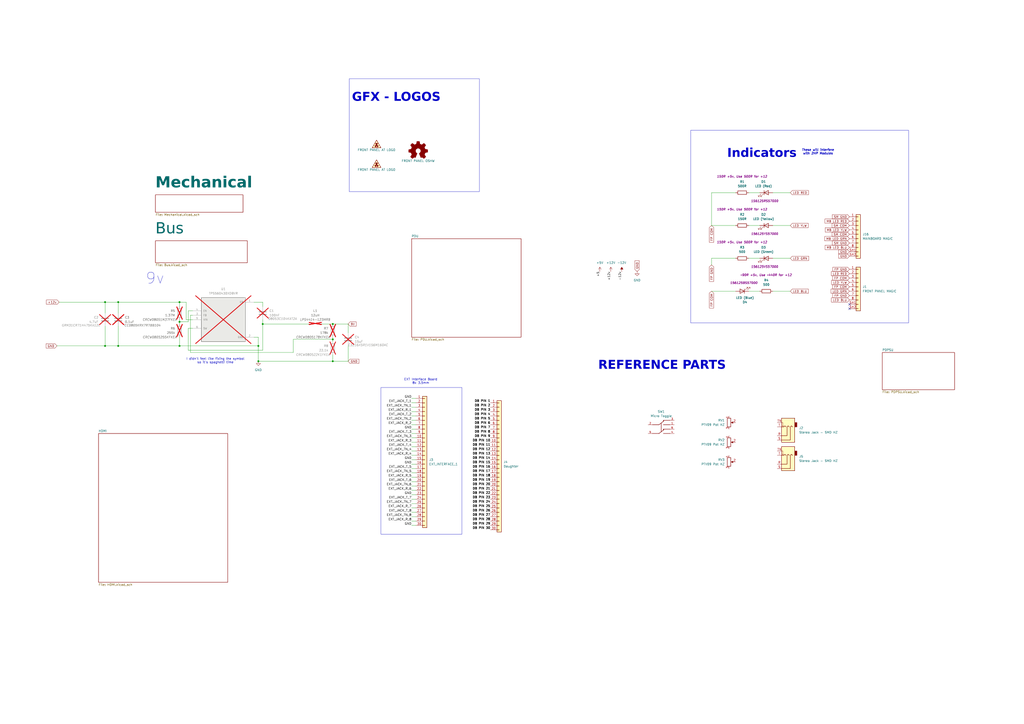
<source format=kicad_sch>
(kicad_sch (version 20231120) (generator "eeschema") (generator_version "8.0")
  (paper "A2")
  (title_block (title "Audio Thing Template") (date "2024-11-13") (rev "1.0") (company "velvia-fifty") (comment 1 "https://github.com/velvia-fifty/AudioThings") (comment 2 "You should have changed this already :)") (comment 4 "Stay humble"))
  (lib_symbols
    (symbol "AT-Symbols:DPDT Micro 1825138-7" (pin_names (offset 1.016))
      (property "Reference" "SW" (at -3.8172 6.362 0))
      (property "Value" "1825138-7" (at -3.8107 -5.7161 0))
      (symbol "DPDT Micro 1825138-7_0_0"
        (polyline (pts (xy -5.08 -2.54) (xy -1.27 -2.54)) (stroke (width 0.254)))
        (polyline (pts (xy -5.08 2.54) (xy -1.27 2.54)) (stroke (width 0.254)))
        (polyline (pts (xy -1.27 -2.54) (xy 1.5875 -0.3175)) (stroke (width 0.254)))
        (polyline (pts (xy -1.27 2.54) (xy 1.5875 4.7625)) (stroke (width 0.254)))
        (polyline (pts (xy 0 3.4925) (xy 0 -1.5875)) (stroke (width 0.254)))
        (polyline (pts (xy 1.27 -2.54) (xy 5.08 -2.54)) (stroke (width 0.254)))
        (polyline (pts (xy 1.27 0) (xy 1.27 -0.635)) (stroke (width 0.254)))
        (polyline (pts (xy 1.27 0) (xy 5.08 0)) (stroke (width 0.254)))
        (polyline (pts (xy 1.27 2.54) (xy 5.08 2.54)) (stroke (width 0.254)))
        (polyline (pts (xy 1.27 5.08) (xy 1.27 4.445)) (stroke (width 0.254)))
        (polyline (pts (xy 1.27 5.08) (xy 5.08 5.08)) (stroke (width 0.254)))
        (pin passive line (at 7.62 2.54 180) (length 2.54) (name "~") (number "1"))
        (pin passive line (at -7.62 2.54 0) (length 2.54) (name "~") (number "2"))
        (pin passive line (at 7.62 5.08 180) (length 2.54) (name "~") (number "3"))
        (pin passive line (at 7.62 -2.54 180) (length 2.54) (name "~") (number "4"))
        (pin passive line (at -7.62 -2.54 0) (length 2.54) (name "~") (number "5"))
        (pin passive line (at 7.62 0 180) (length 2.54) (name "~") (number "6"))
      )
    )
    (symbol "AT-Symbols:FFC_8pin_SH" (pin_names (offset 1.016) hide)
      (property "Reference" "J" (at 0 12.7 0))
      (property "Value" "FFC_8pin_SH" (at 0 -15.24 0))
      (symbol "FFC_8pin_SH_1_1"
        (rectangle (start -1.27 -12.573) (end 0 -12.827) (stroke (width 0.1524)))
        (rectangle (start -1.27 -10.033) (end 0 -10.287) (stroke (width 0.1524)))
        (rectangle (start -1.27 -7.493) (end 0 -7.747) (stroke (width 0.1524)))
        (rectangle (start -1.27 -4.953) (end 0 -5.207) (stroke (width 0.1524)))
        (rectangle (start -1.27 -2.413) (end 0 -2.667) (stroke (width 0.1524)))
        (rectangle (start -1.27 0.127) (end 0 -0.127) (stroke (width 0.1524)))
        (rectangle (start -1.27 2.667) (end 0 2.413) (stroke (width 0.1524)))
        (rectangle (start -1.27 5.207) (end 0 4.953) (stroke (width 0.1524)))
        (rectangle (start -1.27 7.747) (end 0 7.493) (stroke (width 0.1524)))
        (rectangle (start -1.27 10.287) (end 0 10.033) (stroke (width 0.1524)))
        (rectangle (start -1.27 11.43) (end 1.27 -13.97) (stroke (width 0.254)) (fill (type background)))
        (pin passive line (at -5.08 10.16 0) (length 3.81) (name "Pin_1") (number "1"))
        (pin passive line (at -5.08 7.62 0) (length 3.81) (name "Pin_2") (number "2"))
        (pin passive line (at -5.08 5.08 0) (length 3.81) (name "Pin_3") (number "3"))
        (pin passive line (at -5.08 2.54 0) (length 3.81) (name "Pin_4") (number "4"))
        (pin passive line (at -5.08 0 0) (length 3.81) (name "Pin_5") (number "5"))
        (pin passive line (at -5.08 -2.54 0) (length 3.81) (name "Pin_6") (number "6"))
        (pin passive line (at -5.08 -5.08 0) (length 3.81) (name "Pin_7") (number "7"))
        (pin passive line (at -5.08 -7.62 0) (length 3.81) (name "Pin_8") (number "8"))
        (pin passive line (at -5.08 -10.16 0) (length 3.81) (name "SH1") (number "SH1"))
        (pin passive line (at -5.08 -12.7 0) (length 3.81) (name "SH2") (number "SH2"))
      )
    )
    (symbol "AT-Symbols:TPS560430XDBVR" (pin_names (offset 1.016))
      (property "Reference" "U" (at -12.7 13.7 0))
      (property "Value" "TPS560430XDBVR" (at -12.7 -16.7 0))
      (symbol "TPS560430XDBVR_0_0"
        (rectangle (start -12.7 -12.7) (end 12.7 12.7) (stroke (width 0.41)) (fill (type background)))
        (pin power_in line (at 17.78 10.16 180) (length 5.08) (name "CB") (number "1"))
        (pin power_in line (at 17.78 -10.16 180) (length 5.08) (name "GND") (number "2"))
        (pin input line (at -17.78 2.54 0) (length 5.08) (name "FB") (number "3"))
        (pin input line (at -17.78 5.08 0) (length 5.08) (name "EN") (number "4"))
        (pin input line (at -17.78 0 0) (length 5.08) (name "VIN") (number "5"))
        (pin bidirectional line (at -17.78 -5.08 0) (length 5.08) (name "SW") (number "6"))
      )
    )
    (symbol "Connector_Audio:AudioJack3_SwitchT"
      (property "Reference" "J" (at 0 8.89 0))
      (property "Value" "AudioJack3_SwitchT" (at 0 6.35 0))
      (symbol "AudioJack3_SwitchT_0_1"
        (rectangle (start -5.08 -5.08) (end -6.35 -7.62) (stroke (width 0.254)) (fill (type outline)))
        (polyline (pts (xy 1.778 -5.334) (xy 2.032 -5.842)))
        (polyline (pts (xy 0 -5.08) (xy 0.635 -5.715) (xy 1.27 -5.08) (xy 2.54 -5.08)) (stroke (width 0.254)))
        (polyline (pts (xy 2.54 -7.62) (xy 1.778 -7.62) (xy 1.778 -5.334) (xy 1.524 -5.842)))
        (polyline (pts (xy -1.905 -5.08) (xy -1.27 -5.715) (xy -0.635 -5.08) (xy -0.635 0) (xy 2.54 0)) (stroke (width 0.254)))
        (polyline (pts (xy 2.54 2.54) (xy -2.54 2.54) (xy -2.54 -5.08) (xy -3.175 -5.715) (xy -3.81 -5.08)) (stroke (width 0.254)))
        (rectangle (start 2.54 3.81) (end -5.08 -10.16) (stroke (width 0.254)) (fill (type background)))
      )
      (symbol "AudioJack3_SwitchT_1_1"
        (pin passive line (at 5.08 0 180) (length 2.54) (name "~") (number "R"))
        (pin passive line (at 5.08 2.54 180) (length 2.54) (name "~") (number "S"))
        (pin passive line (at 5.08 -5.08 180) (length 2.54) (name "~") (number "T"))
        (pin passive line (at 5.08 -7.62 180) (length 2.54) (name "~") (number "TN"))
      )
    )
    (symbol "Connector_Generic:Conn_01x30" (pin_names (offset 1.016) hide)
      (property "Reference" "J" (at 0 38.1 0))
      (property "Value" "Conn_01x30" (at 0 -40.64 0))
      (symbol "Conn_01x30_1_1"
        (rectangle (start -1.27 -37.973) (end 0 -38.227) (stroke (width 0.1524)))
        (rectangle (start -1.27 -35.433) (end 0 -35.687) (stroke (width 0.1524)))
        (rectangle (start -1.27 -32.893) (end 0 -33.147) (stroke (width 0.1524)))
        (rectangle (start -1.27 -30.353) (end 0 -30.607) (stroke (width 0.1524)))
        (rectangle (start -1.27 -27.813) (end 0 -28.067) (stroke (width 0.1524)))
        (rectangle (start -1.27 -25.273) (end 0 -25.527) (stroke (width 0.1524)))
        (rectangle (start -1.27 -22.733) (end 0 -22.987) (stroke (width 0.1524)))
        (rectangle (start -1.27 -20.193) (end 0 -20.447) (stroke (width 0.1524)))
        (rectangle (start -1.27 -17.653) (end 0 -17.907) (stroke (width 0.1524)))
        (rectangle (start -1.27 -15.113) (end 0 -15.367) (stroke (width 0.1524)))
        (rectangle (start -1.27 -12.573) (end 0 -12.827) (stroke (width 0.1524)))
        (rectangle (start -1.27 -10.033) (end 0 -10.287) (stroke (width 0.1524)))
        (rectangle (start -1.27 -7.493) (end 0 -7.747) (stroke (width 0.1524)))
        (rectangle (start -1.27 -4.953) (end 0 -5.207) (stroke (width 0.1524)))
        (rectangle (start -1.27 -2.413) (end 0 -2.667) (stroke (width 0.1524)))
        (rectangle (start -1.27 0.127) (end 0 -0.127) (stroke (width 0.1524)))
        (rectangle (start -1.27 2.667) (end 0 2.413) (stroke (width 0.1524)))
        (rectangle (start -1.27 5.207) (end 0 4.953) (stroke (width 0.1524)))
        (rectangle (start -1.27 7.747) (end 0 7.493) (stroke (width 0.1524)))
        (rectangle (start -1.27 10.287) (end 0 10.033) (stroke (width 0.1524)))
        (rectangle (start -1.27 12.827) (end 0 12.573) (stroke (width 0.1524)))
        (rectangle (start -1.27 15.367) (end 0 15.113) (stroke (width 0.1524)))
        (rectangle (start -1.27 17.907) (end 0 17.653) (stroke (width 0.1524)))
        (rectangle (start -1.27 20.447) (end 0 20.193) (stroke (width 0.1524)))
        (rectangle (start -1.27 22.987) (end 0 22.733) (stroke (width 0.1524)))
        (rectangle (start -1.27 25.527) (end 0 25.273) (stroke (width 0.1524)))
        (rectangle (start -1.27 28.067) (end 0 27.813) (stroke (width 0.1524)))
        (rectangle (start -1.27 30.607) (end 0 30.353) (stroke (width 0.1524)))
        (rectangle (start -1.27 33.147) (end 0 32.893) (stroke (width 0.1524)))
        (rectangle (start -1.27 35.687) (end 0 35.433) (stroke (width 0.1524)))
        (rectangle (start -1.27 36.83) (end 1.27 -39.37) (stroke (width 0.254)) (fill (type background)))
        (pin passive line (at -5.08 35.56 0) (length 3.81) (name "Pin_1") (number "1"))
        (pin passive line (at -5.08 12.7 0) (length 3.81) (name "Pin_10") (number "10"))
        (pin passive line (at -5.08 10.16 0) (length 3.81) (name "Pin_11") (number "11"))
        (pin passive line (at -5.08 7.62 0) (length 3.81) (name "Pin_12") (number "12"))
        (pin passive line (at -5.08 5.08 0) (length 3.81) (name "Pin_13") (number "13"))
        (pin passive line (at -5.08 2.54 0) (length 3.81) (name "Pin_14") (number "14"))
        (pin passive line (at -5.08 0 0) (length 3.81) (name "Pin_15") (number "15"))
        (pin passive line (at -5.08 -2.54 0) (length 3.81) (name "Pin_16") (number "16"))
        (pin passive line (at -5.08 -5.08 0) (length 3.81) (name "Pin_17") (number "17"))
        (pin passive line (at -5.08 -7.62 0) (length 3.81) (name "Pin_18") (number "18"))
        (pin passive line (at -5.08 -10.16 0) (length 3.81) (name "Pin_19") (number "19"))
        (pin passive line (at -5.08 33.02 0) (length 3.81) (name "Pin_2") (number "2"))
        (pin passive line (at -5.08 -12.7 0) (length 3.81) (name "Pin_20") (number "20"))
        (pin passive line (at -5.08 -15.24 0) (length 3.81) (name "Pin_21") (number "21"))
        (pin passive line (at -5.08 -17.78 0) (length 3.81) (name "Pin_22") (number "22"))
        (pin passive line (at -5.08 -20.32 0) (length 3.81) (name "Pin_23") (number "23"))
        (pin passive line (at -5.08 -22.86 0) (length 3.81) (name "Pin_24") (number "24"))
        (pin passive line (at -5.08 -25.4 0) (length 3.81) (name "Pin_25") (number "25"))
        (pin passive line (at -5.08 -27.94 0) (length 3.81) (name "Pin_26") (number "26"))
        (pin passive line (at -5.08 -30.48 0) (length 3.81) (name "Pin_27") (number "27"))
        (pin passive line (at -5.08 -33.02 0) (length 3.81) (name "Pin_28") (number "28"))
        (pin passive line (at -5.08 -35.56 0) (length 3.81) (name "Pin_29") (number "29"))
        (pin passive line (at -5.08 30.48 0) (length 3.81) (name "Pin_3") (number "3"))
        (pin passive line (at -5.08 -38.1 0) (length 3.81) (name "Pin_30") (number "30"))
        (pin passive line (at -5.08 27.94 0) (length 3.81) (name "Pin_4") (number "4"))
        (pin passive line (at -5.08 25.4 0) (length 3.81) (name "Pin_5") (number "5"))
        (pin passive line (at -5.08 22.86 0) (length 3.81) (name "Pin_6") (number "6"))
        (pin passive line (at -5.08 20.32 0) (length 3.81) (name "Pin_7") (number "7"))
        (pin passive line (at -5.08 17.78 0) (length 3.81) (name "Pin_8") (number "8"))
        (pin passive line (at -5.08 15.24 0) (length 3.81) (name "Pin_9") (number "9"))
      )
    )
    (symbol "Device:C" (pin_numbers hide) (pin_names (offset 0.254))
      (property "Reference" "C" (at 0.635 2.54 0))
      (property "Value" "C" (at 0.635 -2.54 0))
      (symbol "C_0_1"
        (polyline (pts (xy -2.032 -0.762) (xy 2.032 -0.762)) (stroke (width 0.508)))
        (polyline (pts (xy -2.032 0.762) (xy 2.032 0.762)) (stroke (width 0.508)))
      )
      (symbol "C_1_1"
        (pin passive line (at 0 3.81 270) (length 2.794) (name "~") (number "1"))
        (pin passive line (at 0 -3.81 90) (length 2.794) (name "~") (number "2"))
      )
    )
    (symbol "Device:L" (pin_numbers hide) (pin_names (offset 1.016) hide)
      (property "Reference" "L" (at -1.27 0 90))
      (property "Value" "L" (at 1.905 0 90))
      (symbol "L_0_1"
        (arc (start 0 -2.54) (mid 0.6323 -1.905) (end 0 -1.27))
        (arc (start 0 -1.27) (mid 0.6323 -0.635) (end 0 0))
        (arc (start 0 0) (mid 0.6323 0.635) (end 0 1.27))
        (arc (start 0 1.27) (mid 0.6323 1.905) (end 0 2.54))
      )
      (symbol "L_1_1"
        (pin passive line (at 0 3.81 270) (length 1.27) (name "1") (number "1"))
        (pin passive line (at 0 -3.81 90) (length 1.27) (name "2") (number "2"))
      )
    )
    (symbol "Device:LED" (pin_numbers hide) (pin_names (offset 1.016) hide)
      (property "Reference" "D" (at 0 2.54 0))
      (property "Value" "LED" (at 0 -2.54 0))
      (symbol "LED_0_1"
        (polyline (pts (xy -1.27 -1.27) (xy -1.27 1.27)) (stroke (width 0.254)))
        (polyline (pts (xy -1.27 0) (xy 1.27 0)))
        (polyline (pts (xy 1.27 -1.27) (xy 1.27 1.27) (xy -1.27 0) (xy 1.27 -1.27)) (stroke (width 0.254)))
        (polyline (pts (xy -3.048 -0.762) (xy -4.572 -2.286) (xy -3.81 -2.286) (xy -4.572 -2.286) (xy -4.572 -1.524)))
        (polyline (pts (xy -1.778 -0.762) (xy -3.302 -2.286) (xy -2.54 -2.286) (xy -3.302 -2.286) (xy -3.302 -1.524)))
      )
      (symbol "LED_1_1"
        (pin passive line (at -3.81 0 0) (length 2.54) (name "K") (number "1"))
        (pin passive line (at 3.81 0 180) (length 2.54) (name "A") (number "2"))
      )
    )
    (symbol "Device:R" (pin_numbers hide) (pin_names (offset 0))
      (property "Reference" "R" (at 2.032 0 90))
      (property "Value" "R" (at 0 0 90))
      (symbol "R_0_1"
        (rectangle (start -1.016 -2.54) (end 1.016 2.54) (stroke (width 0.254)))
      )
      (symbol "R_1_1"
        (pin passive line (at 0 3.81 270) (length 1.27) (name "~") (number "1"))
        (pin passive line (at 0 -3.81 90) (length 1.27) (name "~") (number "2"))
      )
    )
    (symbol "Device:R_Potentiometer" (pin_names (offset 1.016) hide)
      (property "Reference" "RV" (at -4.445 0 90))
      (property "Value" "R_Potentiometer" (at -2.54 0 90))
      (symbol "R_Potentiometer_0_1"
        (polyline (pts (xy 2.54 0) (xy 1.524 0)))
        (polyline (pts (xy 1.143 0) (xy 2.286 0.508) (xy 2.286 -0.508) (xy 1.143 0)) (fill (type outline)))
        (rectangle (start 1.016 2.54) (end -1.016 -2.54) (stroke (width 0.254)))
      )
      (symbol "R_Potentiometer_1_1"
        (pin passive line (at 0 3.81 270) (length 1.27) (name "1") (number "1"))
        (pin passive line (at 3.81 0 180) (length 1.27) (name "2") (number "2"))
        (pin passive line (at 0 -3.81 90) (length 1.27) (name "3") (number "3"))
      )
    )
    (symbol "Graphic:Logo_Open_Hardware_Small" (in_bom no) (on_board no)
      (symbol "Logo_Open_Hardware_Small_0_1"
        (polyline (pts (xy 3.3528 -4.3434) (xy 3.302 -4.318) (xy 3.175 -4.2418) (xy 2.9972 -4.1148) (xy 2.7686 -3.9624) (xy 2.54 -3.81) (xy 2.3622 -3.7084) (xy 2.2352 -3.6068) (xy 2.1844 -3.5814) (xy 2.159 -3.6068) (xy 2.0574 -3.6576) (xy 1.905 -3.7338) (xy 1.8034 -3.7846) (xy 1.6764 -3.8354) (xy 1.6002 -3.8354) (xy 1.6002 -3.8354) (xy 1.5494 -3.7338) (xy 1.4732 -3.5306) (xy 1.3462 -3.302) (xy 1.2446 -3.0226) (xy 1.1176 -2.7178) (xy 0.9652 -2.413) (xy 0.8636 -2.1082) (xy 0.7366 -1.8288) (xy 0.6604 -1.6256) (xy 0.6096 -1.4732) (xy 0.5842 -1.397) (xy 0.5842 -1.397) (xy 0.6604 -1.3208) (xy 0.7874 -1.2446) (xy 1.0414 -1.016) (xy 1.2954 -0.6858) (xy 1.4478 -0.3302) (xy 1.524 0.0762) (xy 1.4732 0.4572) (xy 1.3208 0.8128) (xy 1.0668 1.143) (xy 0.762 1.3716) (xy 0.4064 1.524) (xy 0 1.5748) (xy -0.381 1.5494) (xy -0.7366 1.397) (xy -1.0668 1.143) (xy -1.2192 0.9906) (xy -1.397 0.6604) (xy -1.524 0.3048) (xy -1.524 0.2286) (xy -1.4986 -0.1778) (xy -1.397 -0.5334) (xy -1.1938 -0.8636) (xy -0.9144 -1.143) (xy -0.8636 -1.1684) (xy -0.7366 -1.27) (xy -0.635 -1.3462) (xy -0.5842 -1.397) (xy -1.0668 -2.5908) (xy -1.143 -2.794) (xy -1.2954 -3.1242) (xy -1.397 -3.4036) (xy -1.4986 -3.6322) (xy -1.5748 -3.7846) (xy -1.6002 -3.8354) (xy -1.6002 -3.8354) (xy -1.651 -3.8354) (xy -1.7272 -3.81) (xy -1.905 -3.7338) (xy -2.0066 -3.683) (xy -2.1336 -3.6068) (xy -2.2098 -3.5814) (xy -2.2606 -3.6068) (xy -2.3622 -3.683) (xy -2.54 -3.81) (xy -2.7686 -3.9624) (xy -2.9718 -4.0894) (xy -3.1496 -4.2164) (xy -3.302 -4.318) (xy -3.3528 -4.3434) (xy -3.3782 -4.3434) (xy -3.429 -4.318) (xy -3.5306 -4.2164) (xy -3.7084 -4.064) (xy -3.937 -3.8354) (xy -3.9624 -3.81) (xy -4.1656 -3.6068) (xy -4.318 -3.4544) (xy -4.4196 -3.3274) (xy -4.445 -3.2766) (xy -4.445 -3.2766) (xy -4.4196 -3.2258) (xy -4.318 -3.0734) (xy -4.2164 -2.8956) (xy -4.064 -2.667) (xy -3.6576 -2.0828) (xy -3.8862 -1.5494) (xy -3.937 -1.3716) (xy -4.0386 -1.1684) (xy -4.0894 -1.0414) (xy -4.1148 -0.9652) (xy -4.191 -0.9398) (xy -4.318 -0.9144) (xy -4.5466 -0.8636) (xy -4.8006 -0.8128) (xy -5.0546 -0.7874) (xy -5.2578 -0.7366) (xy -5.4356 -0.7112) (xy -5.5118 -0.6858) (xy -5.5118 -0.6858) (xy -5.5372 -0.635) (xy -5.5372 -0.5588) (xy -5.5372 -0.4318) (xy -5.5626 -0.2286) (xy -5.5626 0.0762) (xy -5.5626 0.127) (xy -5.5372 0.4064) (xy -5.5372 0.635) (xy -5.5372 0.762) (xy -5.5372 0.8382) (xy -5.5372 0.8382) (xy -5.461 0.8382) (xy -5.3086 0.889) (xy -5.08 0.9144) (xy -4.826 0.9652) (xy -4.8006 0.9906) (xy -4.5466 1.0414) (xy -4.318 1.0668) (xy -4.1656 1.1176) (xy -4.0894 1.143) (xy -4.0894 1.143) (xy -4.0386 1.2446) (xy -3.9624 1.4224) (xy -3.8608 1.6256) (xy -3.7846 1.8288) (xy -3.7084 2.0066) (xy -3.6576 2.159) (xy -3.6322 2.2098) (xy -3.6322 2.2098) (xy -3.683 2.286) (xy -3.7592 2.413) (xy -3.8862 2.5908) (xy -4.064 2.8194) (xy -4.064 2.8448) (xy -4.2164 3.0734) (xy -4.3434 3.2512) (xy -4.4196 3.3782) (xy -4.445 3.4544) (xy -4.445 3.4544) (xy -4.3942 3.5052) (xy -4.2926 3.6322) (xy -4.1148 3.81) (xy -3.937 4.0132) (xy -3.8608 4.064) (xy -3.6576 4.2926) (xy -3.5052 4.4196) (xy -3.4036 4.4958) (xy -3.3528 4.5212) (xy -3.3528 4.5212) (xy -3.302 4.4704) (xy -3.1496 4.3688) (xy -2.9718 4.2418) (xy -2.7432 4.0894) (xy -2.7178 4.0894) (xy -2.4892 3.937) (xy -2.3114 3.81) (xy -2.1844 3.7084) (xy -2.1336 3.683) (xy -2.1082 3.683) (xy -2.032 3.7084) (xy -1.8542 3.7592) (xy -1.6764 3.8354) (xy -1.4732 3.937) (xy -1.27 4.0132) (xy -1.143 4.064) (xy -1.0668 4.1148) (xy -1.0668 4.1148) (xy -1.0414 4.191) (xy -1.016 4.3434) (xy -0.9652 4.572) (xy -0.9144 4.8514) (xy -0.889 4.9022) (xy -0.8382 5.1562) (xy -0.8128 5.3848) (xy -0.7874 5.5372) (xy -0.762 5.588) (xy -0.7112 5.6134) (xy -0.5842 5.6134) (xy -0.4064 5.6134) (xy -0.1524 5.6134) (xy 0.0762 5.6134) (xy 0.3302 5.6134) (xy 0.5334 5.6134) (xy 0.6858 5.588) (xy 0.7366 5.588) (xy 0.7366 5.588) (xy 0.762 5.5118) (xy 0.8128 5.334) (xy 0.8382 5.1054) (xy 0.9144 4.826) (xy 0.9144 4.7752) (xy 0.9652 4.5212) (xy 1.016 4.2926) (xy 1.0414 4.1402) (xy 1.0668 4.0894) (xy 1.0668 4.0894) (xy 1.1938 4.0386) (xy 1.3716 3.9624) (xy 1.5748 3.8608) (xy 2.0828 3.6576) (xy 2.7178 4.0894) (xy 2.7686 4.1402) (xy 2.9972 4.2926) (xy 3.175 4.4196) (xy 3.302 4.4958) (xy 3.3782 4.5212) (xy 3.3782 4.5212) (xy 3.429 4.4704) (xy 3.556 4.3434) (xy 3.7338 4.191) (xy 3.9116 3.9878) (xy 4.064 3.8354) (xy 4.2418 3.6576) (xy 4.3434 3.556) (xy 4.4196 3.4798) (xy 4.4196 3.429) (xy 4.4196 3.4036) (xy 4.3942 3.3274) (xy 4.2926 3.2004) (xy 4.1656 2.9972) (xy 4.0132 2.794) (xy 3.8862 2.5908) (xy 3.7592 2.3876) (xy 3.6576 2.2352) (xy 3.6322 2.159) (xy 3.6322 2.1336) (xy 3.683 2.0066) (xy 3.7592 1.8288) (xy 3.8608 1.6002) (xy 4.064 1.1176) (xy 4.3942 1.0414) (xy 4.5974 1.016) (xy 4.8768 0.9652) (xy 5.1308 0.9144) (xy 5.5372 0.8382) (xy 5.5626 -0.6604) (xy 5.4864 -0.6858) (xy 5.4356 -0.6858) (xy 5.2832 -0.7366) (xy 5.0546 -0.762) (xy 4.8006 -0.8128) (xy 4.5974 -0.8636) (xy 4.3688 -0.9144) (xy 4.2164 -0.9398) (xy 4.1402 -0.9398) (xy 4.1148 -0.9652) (xy 4.064 -1.0668) (xy 3.9878 -1.2446) (xy 3.9116 -1.4478) (xy 3.81 -1.651) (xy 3.7338 -1.8542) (xy 3.683 -2.0066) (xy 3.6576 -2.0828) (xy 3.683 -2.1336) (xy 3.7846 -2.2606) (xy 3.8862 -2.4638) (xy 4.0386 -2.667) (xy 4.191 -2.8956) (xy 4.318 -3.0734) (xy 4.3942 -3.2004) (xy 4.445 -3.2766) (xy 4.4196 -3.3274) (xy 4.3434 -3.429) (xy 4.1656 -3.5814) (xy 3.937 -3.8354) (xy 3.8862 -3.8608) (xy 3.683 -4.064) (xy 3.5306 -4.2164) (xy 3.4036 -4.318) (xy 3.3528 -4.3434)) (fill (type outline)))
      )
    )
    (symbol "Graphic:SYM_Radioactive_Radiation_Small" (in_bom no) (on_board no)
      (symbol "SYM_Radioactive_Radiation_Small_0_0"
        (arc (start -1.1176 -0.7366) (mid -0.8421 -1.2231) (end -0.3556 -1.4986))
        (arc (start -0.6096 -0.6096) (mid -0.4656 -0.8429) (end -0.2286 -0.9906))
        (circle (center -0.0254 -0.3556) (radius 0.3556) (stroke (width 0.254)) (fill (type outline)))
        (polyline (pts (xy -1.1176 -0.7366) (xy -0.6096 -0.6096)))
        (polyline (pts (xy -0.635 0.6096) (xy -0.381 0.1016)))
        (polyline (pts (xy -0.3556 -1.4986) (xy -0.2286 -0.9906)))
        (polyline (pts (xy 0.3556 -1.4986) (xy 0.2286 -0.9906)))
        (polyline (pts (xy 0.635 0.6096) (xy 0.381 0.1016)))
        (polyline (pts (xy 1.1176 -0.7366) (xy 0.6096 -0.6096)))
        (polyline (pts (xy -0.6096 -0.6604) (xy -0.508 -0.8636) (xy -0.254 -0.9652) (xy -0.4064 -1.4732) (xy -0.762 -1.2192) (xy -0.9652 -1.016) (xy -1.0668 -0.7112) (xy -0.6096 -0.6604)) (fill (type outline)))
        (polyline (pts (xy 0.6096 -0.6096) (xy 0.4572 -0.8636) (xy 0.254 -1.016) (xy 0.4064 -1.4732) (xy 0.7112 -1.27) (xy 0.9144 -1.0668) (xy 1.0668 -0.762) (xy 0.6096 -0.6604)) (fill (type outline)))
        (polyline (pts (xy -0.3556 0.1524) (xy -0.1016 0.254) (xy 0.1524 0.254) (xy 0.3556 0.1016) (xy 0.6096 0.6096) (xy 0.3556 0.7112) (xy 0.1016 0.762) (xy -0.1524 0.762) (xy -0.4572 0.6604) (xy -0.6096 0.6096) (xy -0.4064 0.1524)) (fill (type outline)))
        (arc (start 0.2286 -0.9906) (mid 0.4619 -0.8466) (end 0.6096 -0.6096))
        (arc (start 0.3556 -1.4986) (mid 0.8421 -1.2231) (end 1.1176 -0.7366))
        (arc (start 0.381 0.1016) (mid 0 0.2594) (end -0.381 0.1016))
        (arc (start 0.635 0.6096) (mid 0 0.8131) (end -0.635 0.6096))
      )
      (symbol "SYM_Radioactive_Radiation_Small_0_1"
        (polyline (pts (xy -2.54 -1.905) (xy 2.54 -1.905) (xy 0 2.54) (xy -2.54 -1.905)) (stroke (width 0.254)) (fill (type background)))
      )
    )
    (symbol "power:+12V" (power) (pin_numbers hide) (pin_names (offset 0) hide)
      (property "Value" "+12V" (at 0 3.556 0))
      (symbol "+12V_0_1"
        (polyline (pts (xy -0.762 1.27) (xy 0 2.54)))
        (polyline (pts (xy 0 0) (xy 0 2.54)))
        (polyline (pts (xy 0 2.54) (xy 0.762 1.27)))
      )
      (symbol "+12V_1_1"
        (pin power_in line (at 0 0 90) (length 0) (name "~") (number "1"))
      )
    )
    (symbol "power:+5V" (power) (pin_numbers hide) (pin_names (offset 0) hide)
      (property "Value" "+5V" (at 0 3.556 0))
      (symbol "+5V_0_1"
        (polyline (pts (xy -0.762 1.27) (xy 0 2.54)))
        (polyline (pts (xy 0 0) (xy 0 2.54)))
        (polyline (pts (xy 0 2.54) (xy 0.762 1.27)))
      )
      (symbol "+5V_1_1"
        (pin power_in line (at 0 0 90) (length 0) (name "~") (number "1"))
      )
    )
    (symbol "power:-12V" (power) (pin_numbers hide) (pin_names (offset 0) hide)
      (property "Value" "-12V" (at 0 3.556 0))
      (symbol "-12V_0_0"
        (pin power_in line (at 0 0 90) (length 0) (name "~") (number "1"))
      )
      (symbol "-12V_0_1"
        (polyline (pts (xy 0 0) (xy 0 1.27) (xy 0.762 1.27) (xy 0 2.54) (xy -0.762 1.27) (xy 0 1.27)) (fill (type outline)))
      )
    )
    (symbol "power:GND" (power) (pin_numbers hide) (pin_names (offset 0) hide)
      (property "Value" "GND" (at 0 -3.81 0))
      (symbol "GND_0_1"
        (polyline (pts (xy 0 0) (xy 0 -1.27) (xy 1.27 -1.27) (xy 0 -2.54) (xy -1.27 -1.27) (xy 0 -1.27)))
      )
      (symbol "GND_1_1"
        (pin power_in line (at 0 0 270) (length 0) (name "~") (number "1"))
      )
    )
  )
  (junction (at 149.86 209.55))
  (junction (at 152.4 187.96))
  (junction (at 104.14 186.69))
  (junction (at 193.04 209.55))
  (junction (at 149.86 200.66))
  (junction (at 193.04 196.85))
  (junction (at 104.14 175.26))
  (junction (at 68.58 175.26))
  (junction (at 68.58 200.66))
  (junction (at 60.96 175.26))
  (junction (at 60.96 200.66))
  (junction (at 104.14 200.66))
  (junction (at 193.04 187.96))
  (no_connect (at 492.76 176.53))
  (no_connect (at 492.76 179.07))
  (wire (pts (xy 60.96 200.66) (xy 68.58 200.66)))
  (wire (pts (xy 241.3 284.48) (xy 238.76 284.48)))
  (wire (pts (xy 241.3 261.62) (xy 238.76 261.62)))
  (wire (pts (xy 68.58 175.26) (xy 68.58 181.61)))
  (wire (pts (xy 434.34 130.81) (xy 440.69 130.81)))
  (wire (pts (xy 109.22 203.2) (xy 152.4 203.2)))
  (wire (pts (xy 241.3 289.56) (xy 238.76 289.56)))
  (wire (pts (xy 109.22 180.34) (xy 109.22 186.69)))
  (wire (pts (xy 149.86 195.58) (xy 149.86 200.66)))
  (wire (pts (xy 152.4 177.8) (xy 152.4 175.26)))
  (wire (pts (xy 147.32 195.58) (xy 149.86 195.58)))
  (wire (pts (xy 412.75 111.76) (xy 412.75 130.81)))
  (wire (pts (xy 241.3 271.78) (xy 238.76 271.78)))
  (wire (pts (xy 193.04 187.96) (xy 186.69 187.96)))
  (wire (pts (xy 241.3 231.14) (xy 238.76 231.14)))
  (wire (pts (xy 241.3 233.68) (xy 238.76 233.68)))
  (wire (pts (xy 412.75 149.86) (xy 426.72 149.86)))
  (wire (pts (xy 241.3 251.46) (xy 238.76 251.46)))
  (wire (pts (xy 104.14 186.69) (xy 104.14 185.42)))
  (wire (pts (xy 241.3 266.7) (xy 238.76 266.7)))
  (wire (pts (xy 448.31 168.91) (xy 458.47 168.91)))
  (wire (pts (xy 149.86 200.66) (xy 149.86 209.55)))
  (wire (pts (xy 60.96 175.26) (xy 68.58 175.26)))
  (wire (pts (xy 152.4 175.26) (xy 147.32 175.26)))
  (wire (pts (xy 104.14 186.69) (xy 104.14 187.96)))
  (wire (pts (xy 434.34 168.91) (xy 440.69 168.91)))
  (wire (pts (xy 241.3 256.54) (xy 238.76 256.54)))
  (wire (pts (xy 241.3 238.76) (xy 238.76 238.76)))
  (wire (pts (xy 68.58 189.23) (xy 68.58 200.66)))
  (wire (pts (xy 241.3 254) (xy 238.76 254)))
  (wire (pts (xy 241.3 259.08) (xy 238.76 259.08)))
  (wire (pts (xy 201.93 187.96) (xy 193.04 187.96)))
  (wire (pts (xy 104.14 195.58) (xy 104.14 200.66)))
  (wire (pts (xy 152.4 187.96) (xy 152.4 185.42)))
  (wire (pts (xy 241.3 248.92) (xy 238.76 248.92)))
  (wire (pts (xy 241.3 241.3) (xy 238.76 241.3)))
  (wire (pts (xy 412.75 168.91) (xy 426.72 168.91)))
  (wire (pts (xy 201.93 209.55) (xy 193.04 209.55)))
  (wire (pts (xy 110.49 182.88) (xy 110.49 204.47)))
  (wire (pts (xy 68.58 175.26) (xy 104.14 175.26)))
  (wire (pts (xy 241.3 236.22) (xy 238.76 236.22)))
  (wire (pts (xy 241.3 264.16) (xy 238.76 264.16)))
  (wire (pts (xy 241.3 304.8) (xy 238.76 304.8)))
  (wire (pts (xy 241.3 281.94) (xy 238.76 281.94)))
  (wire (pts (xy 104.14 200.66) (xy 149.86 200.66)))
  (wire (pts (xy 111.76 182.88) (xy 110.49 182.88)))
  (wire (pts (xy 107.95 185.42) (xy 107.95 175.26)))
  (wire (pts (xy 434.34 111.76) (xy 440.69 111.76)))
  (wire (pts (xy 241.3 279.4) (xy 238.76 279.4)))
  (wire (pts (xy 107.95 175.26) (xy 104.14 175.26)))
  (wire (pts (xy 109.22 190.5) (xy 109.22 203.2)))
  (wire (pts (xy 241.3 274.32) (xy 238.76 274.32)))
  (wire (pts (xy 34.29 175.26) (xy 60.96 175.26)))
  (wire (pts (xy 241.3 243.84) (xy 238.76 243.84)))
  (wire (pts (xy 60.96 181.61) (xy 60.96 175.26)))
  (wire (pts (xy 193.04 195.58) (xy 193.04 196.85)))
  (wire (pts (xy 241.3 297.18) (xy 238.76 297.18)))
  (wire (pts (xy 109.22 186.69) (xy 104.14 186.69)))
  (wire (pts (xy 152.4 203.2) (xy 152.4 187.96)))
  (wire (pts (xy 110.49 204.47) (xy 170.18 204.47)))
  (wire (pts (xy 111.76 190.5) (xy 109.22 190.5)))
  (wire (pts (xy 412.75 149.86) (xy 412.75 153.67)))
  (wire (pts (xy 60.96 189.23) (xy 60.96 200.66)))
  (wire (pts (xy 241.3 269.24) (xy 238.76 269.24)))
  (wire (pts (xy 68.58 200.66) (xy 104.14 200.66)))
  (wire (pts (xy 241.3 299.72) (xy 238.76 299.72)))
  (wire (pts (xy 241.3 302.26) (xy 238.76 302.26)))
  (wire (pts (xy 412.75 111.76) (xy 426.72 111.76)))
  (wire (pts (xy 33.02 200.66) (xy 60.96 200.66)))
  (wire (pts (xy 193.04 196.85) (xy 170.18 196.85)))
  (wire (pts (xy 241.3 294.64) (xy 238.76 294.64)))
  (wire (pts (xy 434.34 149.86) (xy 440.69 149.86)))
  (wire (pts (xy 149.86 209.55) (xy 193.04 209.55)))
  (wire (pts (xy 193.04 209.55) (xy 193.04 205.74)))
  (wire (pts (xy 104.14 175.26) (xy 104.14 177.8)))
  (wire (pts (xy 241.3 276.86) (xy 238.76 276.86)))
  (wire (pts (xy 241.3 246.38) (xy 238.76 246.38)))
  (wire (pts (xy 241.3 287.02) (xy 238.76 287.02)))
  (wire (pts (xy 201.93 193.04) (xy 201.93 187.96)))
  (wire (pts (xy 241.3 292.1) (xy 238.76 292.1)))
  (wire (pts (xy 448.31 130.81) (xy 458.47 130.81)))
  (wire (pts (xy 448.31 111.76) (xy 458.47 111.76)))
  (wire (pts (xy 170.18 196.85) (xy 170.18 204.47)))
  (wire (pts (xy 448.31 149.86) (xy 458.47 149.86)))
  (wire (pts (xy 193.04 196.85) (xy 193.04 198.12)))
  (wire (pts (xy 152.4 187.96) (xy 179.07 187.96)))
  (wire (pts (xy 111.76 180.34) (xy 109.22 180.34)))
  (wire (pts (xy 412.75 130.81) (xy 426.72 130.81)))
  (wire (pts (xy 201.93 200.66) (xy 201.93 209.55)))
  (wire (pts (xy 111.76 185.42) (xy 107.95 185.42)))
  (rectangle (start 400.685 75.565) (end 527.05 187.325))
  (rectangle (start 202.565 45.72) (end 278.13 111.125))
  (rectangle (start 220.98 224.79) (end 267.97 309.88))
  (text "9v" (at 89.916 161.544 0) (effects (font (size 6.35 6.35))))
  (text "Indicators" (at 441.96 90.424 0) (effects (font (size 5.08 5.08) (thickness 1.016) (bold yes))))
  (text "GFX - LOGOS" (at 229.87 57.912 0) (effects (font (size 5.08 5.08) (thickness 1.016) (bold yes))))
  (text "These will interfere\nwith 2HP Modules" (at 474.472 88.138 0) (effects (font (size 1.27 1.27) (thickness 0.254) (bold yes) (italic yes))))
  (text "REFERENCE PARTS" (at 384.048 213.36 0) (effects (font (size 5.08 5.08) (thickness 1.016) (bold yes))))
  (text "EXT Interface Board\n8x 3.5mm" (at 244.094 221.234 0) (effects (font (size 1.27 1.27))))
  (text "I didn't feel like fixing the symbol\nso it's spaghetti time" (at 124.968 209.296 0) (effects (font (size 1.27 1.27))))
  (label "+5" (at 347.98 157.48 270))
  (label "EXT_JACK_TN_1" (at 238.76 236.22 180))
  (label "GND" (at 238.76 266.7 180))
  (label "EXT_JACK_T_4" (at 238.76 259.08 180))
  (label "GND" (at 238.76 231.14 180))
  (label "DB PIN 8" (at 284.48 251.46 180) (effects (font (thickness 0.254) (bold yes))))
  (label "DB PIN 28" (at 284.48 302.26 180) (effects (font (thickness 0.254) (bold yes))))
  (label "DB PIN 20" (at 284.48 281.94 180) (effects (font (thickness 0.254) (bold yes))))
  (label "DB PIN 11" (at 284.48 259.08 180) (effects (font (thickness 0.254) (bold yes))))
  (label "EXT_JACK_T_3" (at 238.76 251.46 180))
  (label "GND" (at 238.76 248.92 180))
  (label "EXT_JACK_TN_4" (at 238.76 261.62 180))
  (label "DB PIN 14" (at 284.48 266.7 180) (effects (font (thickness 0.254) (bold yes))))
  (label "DB PIN 24" (at 284.48 292.1 180) (effects (font (thickness 0.254) (bold yes))))
  (label "EXT_JACK_R_3" (at 238.76 256.54 180))
  (label "DB PIN 3" (at 284.48 238.76 180) (effects (font (thickness 0.254) (bold yes))))
  (label "DB PIN 13" (at 284.48 264.16 180) (effects (font (thickness 0.254) (bold yes))))
  (label "-12v" (at 360.68 157.48 270))
  (label "DB PIN 18" (at 284.48 276.86 180) (effects (font (thickness 0.254) (bold yes))))
  (label "EXT_JACK_R_2" (at 238.76 246.38 180))
  (label "EXT_JACK_R_8" (at 238.76 302.26 180))
  (label "EXT_JACK_T_2" (at 238.76 241.3 180))
  (label "GND" (at 238.76 287.02 180))
  (label "EXT_JACK_T_5" (at 238.76 271.78 180))
  (label "EXT_JACK_TN_7" (at 238.76 292.1 180))
  (label "DB PIN 10" (at 284.48 256.54 180) (effects (font (thickness 0.254) (bold yes))))
  (label "DB PIN 30" (at 284.48 307.34 180) (effects (font (thickness 0.254) (bold yes))))
  (label "EXT_JACK_TN_5" (at 238.76 274.32 180))
  (label "EXT_JACK_TN_2" (at 238.76 243.84 180))
  (label "EXT_JACK_TN_8" (at 238.76 299.72 180))
  (label "EXT_JACK_R_7" (at 238.76 294.64 180))
  (label "DB PIN 7" (at 284.48 248.92 180) (effects (font (thickness 0.254) (bold yes))))
  (label "DB PIN 9" (at 284.48 254 180) (effects (font (thickness 0.254) (bold yes))))
  (label "EXT_JACK_R_4" (at 238.76 264.16 180))
  (label "DB PIN 1" (at 284.48 233.68 180) (effects (font (thickness 0.254) (bold yes))))
  (label "DB PIN 2" (at 284.48 236.22 180) (effects (font (thickness 0.254) (bold yes))))
  (label "GND" (at 238.76 269.24 180))
  (label "GND" (at 238.76 304.8 180))
  (label "DB PIN 15" (at 284.48 269.24 180) (effects (font (thickness 0.254) (bold yes))))
  (label "DB PIN 19" (at 284.48 279.4 180) (effects (font (thickness 0.254) (bold yes))))
  (label "EXT_JACK_TN_6" (at 238.76 281.94 180))
  (label "DB PIN 21" (at 284.48 284.48 180) (effects (font (thickness 0.254) (bold yes))))
  (label "DB PIN 4" (at 284.48 241.3 180) (effects (font (thickness 0.254) (bold yes))))
  (label "DB PIN 25" (at 284.48 294.64 180) (effects (font (thickness 0.254) (bold yes))))
  (label "DB PIN 12" (at 284.48 261.62 180) (effects (font (thickness 0.254) (bold yes))))
  (label "DB PIN 29" (at 284.48 304.8 180) (effects (font (thickness 0.254) (bold yes))))
  (label "DB PIN 22" (at 284.48 287.02 180) (effects (font (thickness 0.254) (bold yes))))
  (label "EXT_JACK_R_1" (at 238.76 238.76 180))
  (label "EXT_JACK_R_6" (at 238.76 284.48 180))
  (label "EXT_JACK_T_6" (at 238.76 279.4 180))
  (label "DB PIN 6" (at 284.48 246.38 180) (effects (font (thickness 0.254) (bold yes))))
  (label "EXT_JACK_TN_3" (at 238.76 254 180))
  (label "+12v" (at 354.33 157.48 270))
  (label "DB PIN 16" (at 284.48 271.78 180) (effects (font (thickness 0.254) (bold yes))))
  (label "DB PIN 23" (at 284.48 289.56 180) (effects (font (thickness 0.254) (bold yes))))
  (label "EXT_JACK_T_8" (at 238.76 297.18 180))
  (label "EXT_JACK_T_1" (at 238.76 233.68 180))
  (label "EXT_JACK_R_5" (at 238.76 276.86 180))
  (label "DB PIN 5" (at 284.48 243.84 180) (effects (font (thickness 0.254) (bold yes))))
  (label "DB PIN 17" (at 284.48 274.32 180) (effects (font (thickness 0.254) (bold yes))))
  (label "DB PIN 27" (at 284.48 299.72 180) (effects (font (thickness 0.254) (bold yes))))
  (label "EXT_JACK_T_7" (at 238.76 289.56 180))
  (label "DB PIN 26" (at 284.48 297.18 180) (effects (font (thickness 0.254) (bold yes))))
  (global_label "GND" (shape input) (at 492.76 148.59 180) (property "Intersheetrefs" "${INTERSHEET_REFS}" (effects (hide yes))))
  (global_label "SM COM" (shape input) (at 492.76 135.89 180) (property "Intersheetrefs" "${INTERSHEET_REFS}" (effects (hide yes))))
  (global_label "FP COM" (shape input) (at 412.75 168.91 270) (property "Intersheetrefs" "${INTERSHEET_REFS}" (effects (hide yes))))
  (global_label "LED YLW" (shape input) (at 492.76 163.83 180) (property "Intersheetrefs" "${INTERSHEET_REFS}" (effects (hide yes))))
  (global_label "GND" (shape input) (at 201.93 209.55 0) (property "Intersheetrefs" "${INTERSHEET_REFS}" (effects (hide yes))))
  (global_label "LED GRN" (shape input) (at 458.47 149.86 0) (property "Intersheetrefs" "${INTERSHEET_REFS}" (effects (hide yes))))
  (global_label "FP COM" (shape input) (at 492.76 166.37 180) (property "Intersheetrefs" "${INTERSHEET_REFS}" (effects (hide yes))))
  (global_label "GND" (shape input) (at 33.02 200.66 180) (property "Intersheetrefs" "${INTERSHEET_REFS}" (effects (hide yes))))
  (global_label "GND" (shape input) (at 492.76 146.05 180) (property "Intersheetrefs" "${INTERSHEET_REFS}" (effects (hide yes))))
  (global_label "SM GND" (shape input) (at 492.76 125.73 180) (property "Intersheetrefs" "${INTERSHEET_REFS}" (effects (hide yes))))
  (global_label "FP COM" (shape input) (at 492.76 161.29 180) (property "Intersheetrefs" "${INTERSHEET_REFS}" (effects (hide yes))))
  (global_label "GND" (shape input) (at 369.57 157.48 90) (property "Intersheetrefs" "${INTERSHEET_REFS}" (effects (hide yes))))
  (global_label "MB LED GRN" (shape input) (at 492.76 138.43 180) (property "Intersheetrefs" "${INTERSHEET_REFS}" (effects (hide yes))))
  (global_label "FP GND" (shape input) (at 412.75 153.67 270) (property "Intersheetrefs" "${INTERSHEET_REFS}" (effects (hide yes))))
  (global_label "SM COM" (shape input) (at 492.76 130.81 180) (property "Intersheetrefs" "${INTERSHEET_REFS}" (effects (hide yes))))
  (global_label "LED GRN" (shape input) (at 492.76 168.91 180) (property "Intersheetrefs" "${INTERSHEET_REFS}" (effects (hide yes))))
  (global_label "LED RED" (shape input) (at 492.76 158.75 180) (property "Intersheetrefs" "${INTERSHEET_REFS}" (effects (hide yes))))
  (global_label "FP GND" (shape input) (at 492.76 171.45 180) (property "Intersheetrefs" "${INTERSHEET_REFS}" (effects (hide yes))))
  (global_label "9V" (shape input) (at 201.93 187.96 0) (property "Intersheetrefs" "${INTERSHEET_REFS}" (effects (hide yes))))
  (global_label "SM GND" (shape input) (at 492.76 140.97 180) (property "Intersheetrefs" "${INTERSHEET_REFS}" (effects (hide yes))))
  (global_label "LED BLU" (shape input) (at 492.76 173.99 180) (property "Intersheetrefs" "${INTERSHEET_REFS}" (effects (hide yes))))
  (global_label "FP GND" (shape input) (at 492.76 156.21 180) (property "Intersheetrefs" "${INTERSHEET_REFS}" (effects (hide yes))))
  (global_label "LED BLU" (shape input) (at 458.47 168.91 0) (property "Intersheetrefs" "${INTERSHEET_REFS}" (effects (hide yes))))
  (global_label "+12v" (shape input) (at 34.29 175.26 180) (property "Intersheetrefs" "${INTERSHEET_REFS}" (effects (hide yes))))
  (global_label "MB LED RED" (shape input) (at 492.76 128.27 180) (property "Intersheetrefs" "${INTERSHEET_REFS}" (effects (hide yes))))
  (global_label "MB LED YLW" (shape input) (at 492.76 133.35 180) (property "Intersheetrefs" "${INTERSHEET_REFS}" (effects (hide yes))))
  (global_label "LED YLW" (shape input) (at 458.47 130.81 0) (property "Intersheetrefs" "${INTERSHEET_REFS}" (effects (hide yes))))
  (global_label "MB LED BLU" (shape input) (at 492.76 143.51 180) (property "Intersheetrefs" "${INTERSHEET_REFS}" (effects (hide yes))))
  (global_label "LED RED" (shape input) (at 458.47 111.76 0) (property "Intersheetrefs" "${INTERSHEET_REFS}" (effects (hide yes))))
  (global_label "FP COM" (shape input) (at 412.75 130.81 270) (property "Intersheetrefs" "${INTERSHEET_REFS}" (effects (hide yes))))
  (symbol (lib_id "Device:C") (at 152.4 181.61 0) (unit 1) (on_board no) (dnp yes)
    (property "Reference" "C1" (at 156.21 180.3399 0) (effects (justify left)))
    (property "Value" "100nF" (at 156.21 182.8799 0) (effects (justify left)))
    (property "Footprint" "Resistor_SMD:R_0805_2012Metric_Pad1.20x1.40mm_HandSolder" (effects (hide yes)))
    (property "Description" "Unpolarized capacitor" (effects (hide yes)))
    (property "Field5" "08053C104KAT2A" (at 163.83 184.912 0) (effects (font (italic yes))))
  )
  (symbol (lib_id "power:-12V") (at 360.68 157.48 0) (unit 1)
    (property "Reference" "#PWR03" (effects (hide yes)))
    (property "Value" "-12V" (at 360.68 152.4 0))
    (property "Description" "Power symbol creates a global label with name \"-12V\"" (effects (hide yes)))
  )
  (symbol (lib_id "Graphic:SYM_Radioactive_Radiation_Small") (at 218.44 83.82 0) (unit 1) (in_bom no)
    (property "Reference" "GFX1" (effects (hide yes)))
    (property "Value" "FRONT PANEL AT LOGO" (at 218.44 86.995 0))
    (property "Footprint" "AT-Footprints:at-logo-cu" (effects (hide yes)))
    (property "Description" "Radioactive/radiation warning symbol, small" (effects (hide yes)))
  )
  (symbol (lib_id "Device:R_Potentiometer") (at 422.91 245.11 0) (unit 1) (on_board no)
    (property "Reference" "RV1" (at 420.37 243.8399 0) (effects (justify right)))
    (property "Value" "PTV09 Pot HZ" (at 420.37 246.3799 0) (effects (justify right)))
    (property "Footprint" "AT-Footprints:Potentiometer_Bourns_PTV09A-2_Single_Horizontal" (effects (hide yes)))
    (property "Description" "Potentiometer" (effects (hide yes)))
  )
  (symbol (lib_id "Device:R") (at 193.04 201.93 0) (mirror y) (unit 1) (on_board no) (dnp yes)
    (property "Reference" "R8" (at 190.5 200.6599 0) (effects (justify left)))
    (property "Value" "22.1k" (at 190.5 203.1999 0) (effects (justify left)))
    (property "Footprint" "Resistor_SMD:R_0805_2012Metric_Pad1.20x1.40mm_HandSolder" (effects (hide yes)))
    (property "Description" "Resistor" (effects (hide yes)))
    (property "Field5" "CRCW080522K1FKEA" (at 181.61 205.74 0) (effects (font (italic yes))))
  )
  (symbol (lib_id "Device:R_Potentiometer") (at 422.91 267.97 0) (unit 1) (on_board no)
    (property "Reference" "RV3" (at 420.37 266.6999 0) (effects (justify right)))
    (property "Value" "PTV09 Pot HZ" (at 420.37 269.2399 0) (effects (justify right)))
    (property "Footprint" "AT-Footprints:Potentiometer_Bourns_PTV09A-2_Single_Horizontal" (effects (hide yes)))
    (property "Description" "Potentiometer" (effects (hide yes)))
  )
  (symbol (lib_id "Device:R") (at 104.14 191.77 0) (mirror y) (unit 1) (on_board no) (dnp yes)
    (property "Reference" "R6" (at 101.6 190.4999 0) (effects (justify left)))
    (property "Value" "255k" (at 101.6 193.0399 0) (effects (justify left)))
    (property "Footprint" "Resistor_SMD:R_0805_2012Metric_Pad1.20x1.40mm_HandSolder" (effects (hide yes)))
    (property "Description" "Resistor" (effects (hide yes)))
    (property "Field5" "CRCW0805255KFKEA" (at 92.71 195.58 0) (effects (font (italic yes))))
  )
  (symbol (lib_id "AT-Symbols:TPS560430XDBVR") (at 129.54 185.42 0) (unit 1) (on_board no) (dnp yes)
    (property "Reference" "U1" (at 129.54 167.64 0))
    (property "Value" "TPS560430XDBVR" (at 129.54 170.18 0))
    (property "Footprint" "Package_TO_SOT_SMD:SOT-23-6" (effects (hide yes)))
  )
  (symbol (lib_id "power:+5V") (at 347.98 157.48 0) (unit 1)
    (property "Reference" "#PWR01" (effects (hide yes)))
    (property "Value" "+5V" (at 347.98 152.4 0))
    (property "Description" "Power symbol creates a global label with name \"+5V\"" (effects (hide yes)))
  )
  (symbol (lib_id "Device:R") (at 430.53 149.86 90) (unit 1)
    (property "Reference" "R3" (at 430.53 143.51 90))
    (property "Value" "500" (at 430.53 146.05 90))
    (property "Footprint" "Resistor_SMD:R_0805_2012Metric_Pad1.20x1.40mm_HandSolder" (effects (hide yes)))
    (property "Description" "Resistor" (effects (hide yes)))
    (property "Field5" "150R +5v, Use 500R for +12" (at 430.53 140.462 90) (effects (font (italic yes))))
  )
  (symbol (lib_id "Device:R") (at 430.53 130.81 90) (unit 1)
    (property "Reference" "R2" (at 430.53 124.46 90))
    (property "Value" "150R" (at 430.53 127 90))
    (property "Footprint" "Resistor_SMD:R_0805_2012Metric_Pad1.20x1.40mm_HandSolder" (effects (hide yes)))
    (property "Description" "Resistor" (effects (hide yes)))
    (property "Field5" "150R +5v, Use 500R for +12" (at 430.53 121.412 90) (effects (font (italic yes))))
  )
  (symbol (lib_id "Connector_Generic:Conn_01x30") (at 289.56 269.24 0) (unit 1) (on_board no)
    (property "Reference" "J4" (at 292.1 267.9699 0) (effects (justify left)))
    (property "Value" "Daughter" (at 292.1 270.5099 0) (effects (justify left)))
    (property "Footprint" "AT-Footprints:AMPHENOL_SFV30R-4STE1HLF - FFC - 30 RA" (effects (hide yes)))
    (property "Description" "Generic connector, single row, 01x30, script generated (kicad-library-utils/schlib/autogen/connector/)" (effects (hide yes)))
  )
  (symbol (lib_id "power:GND") (at 369.57 157.48 0) (unit 1)
    (property "Reference" "#PWR04" (effects (hide yes)))
    (property "Value" "GND" (at 369.57 162.56 0))
    (property "Description" "Power symbol creates a global label with name \"GND\" , ground" (effects (hide yes)))
  )
  (symbol (lib_id "Device:R") (at 444.5 168.91 90) (unit 1)
    (property "Reference" "R4" (at 444.5 162.56 90))
    (property "Value" "500" (at 444.5 165.1 90))
    (property "Footprint" "Resistor_SMD:R_0805_2012Metric_Pad1.20x1.40mm_HandSolder" (effects (hide yes)))
    (property "Description" "Resistor" (effects (hide yes)))
    (property "Field5" "~90R +5v, Use ~440R for +12" (at 444.5 159.512 90) (effects (font (italic yes))))
  )
  (symbol (lib_id "power:+12V") (at 354.33 157.48 0) (unit 1)
    (property "Reference" "#PWR02" (effects (hide yes)))
    (property "Value" "+12V" (at 354.33 152.4 0))
    (property "Description" "Power symbol creates a global label with name \"+12V\"" (effects (hide yes)))
  )
  (symbol (lib_id "AT-Symbols:DPDT Micro 1825138-7") (at 383.54 248.92 0) (unit 1) (on_board no)
    (property "Reference" "SW1" (at 383.54 238.76 0))
    (property "Value" "Micro Toggle" (at 383.54 241.3 0))
    (property "Footprint" "AT-Footprints:DPDT Micro SW_1825138-7" (effects (hide yes)))
    (property "Description" "TE Part" (effects (hide yes)))
    (property "PARTREV" "A5" (effects (hide yes)))
    (property "STANDARD" "Manufacturer recommendations" (effects (hide yes)))
    (property "MANUFACTURER" "TE Connectivity" (effects (hide yes)))
  )
  (symbol (lib_id "Device:L") (at 182.88 187.96 90) (unit 1) (on_board no) (dnp yes)
    (property "Reference" "L1" (at 182.88 180.34 90))
    (property "Value" "12uH" (at 182.88 182.88 90))
    (property "Footprint" "Inductor_SMD:L_Coilcraft_LPS4414" (effects (hide yes)))
    (property "Description" "Inductor" (effects (hide yes)))
    (property "Field5" "LPS4414-123MRB" (at 182.88 185.42 90) (effects (font (italic yes))))
  )
  (symbol (lib_id "Device:R") (at 430.53 111.76 90) (unit 1)
    (property "Reference" "R1" (at 430.53 105.41 90))
    (property "Value" "500R" (at 430.53 107.95 90))
    (property "Footprint" "Resistor_SMD:R_0805_2012Metric_Pad1.20x1.40mm_HandSolder" (effects (hide yes)))
    (property "Description" "Resistor" (effects (hide yes)))
    (property "Field5" "150R +5v, Use 500R for +12" (at 430.53 102.362 90) (effects (font (italic yes))))
  )
  (symbol (lib_id "Device:LED") (at 430.53 168.91 180) (unit 1)
    (property "Reference" "D4" (at 432.1175 175.26 0))
    (property "Value" "LED (Blue)" (at 432.1175 172.72 0))
    (property "Footprint" "AT-Footprints:WL-SMRD_1205" (effects (hide yes)))
    (property "Description" "Light emitting diode" (effects (hide yes)))
    (property "Field5" "156125BS57000" (at 431.546 164.084 0) (effects (font (italic yes))))
  )
  (symbol (lib_id "Connector_Audio:AudioJack3_SwitchT") (at 455.93 269.24 180) (unit 1) (on_board no)
    (property "Reference" "J5" (at 463.55 264.7949 0) (effects (justify right)))
    (property "Value" "Stereo Jack - SMD HZ" (at 463.55 267.3349 0) (effects (justify right)))
    (property "Footprint" "AT-Footprints:SMD_STEREO_CUI_SJ-3524-SMT_Horizontal" (effects (hide yes)))
    (property "Description" "Audio Jack, 3 Poles (Stereo / TRS), Switched T Pole (Normalling)" (effects (hide yes)))
  )
  (symbol (lib_id "Graphic:Logo_Open_Hardware_Small") (at 242.57 87.63 0) (unit 1) (in_bom no)
    (property "Reference" "GFX2" (effects (hide yes)))
    (property "Value" "FRONT PANEL OSHW" (at 242.57 93.345 0))
    (property "Footprint" "Symbol:OSHW-Logo_5.7x6mm_Copper" (effects (hide yes)))
    (property "Description" "Logo Kicadx" (effects (hide yes)))
  )
  (symbol (lib_id "Device:C") (at 201.93 196.85 0) (unit 1) (on_board no) (dnp yes)
    (property "Reference" "C4" (at 205.74 195.5799 0) (effects (justify left)))
    (property "Value" "15uF" (at 205.74 198.1199 0) (effects (justify left)))
    (property "Footprint" "Capacitor_SMD:C_1206_3216Metric_Pad1.33x1.80mm_HandSolder" (effects (hide yes)))
    (property "Description" "Unpolarized capacitor" (effects (hide yes)))
    (property "Field5" "C3216X5R1V156M160AC" (at 213.36 200.152 0) (effects (font (italic yes))))
  )
  (symbol (lib_id "power:GND") (at 149.86 209.55 0) (unit 1)
    (property "Reference" "#PWR05" (effects (hide yes)))
    (property "Value" "GND" (at 149.86 214.63 0))
    (property "Description" "Power symbol creates a global label with name \"GND\" , ground" (effects (hide yes)))
  )
  (symbol (lib_id "Device:C") (at 60.96 185.42 0) (mirror y) (unit 1) (on_board no) (dnp yes)
    (property "Reference" "C2" (at 57.15 184.1499 0) (effects (justify left)))
    (property "Value" "4.7uF" (at 57.15 186.6899 0) (effects (justify left)))
    (property "Footprint" "Capacitor_SMD:C_2220_5750Metric_Pad1.97x5.40mm_HandSolder" (effects (hide yes)))
    (property "Description" "Unpolarized capacitor" (effects (hide yes)))
    (property "Field5" "GRM31CR71H475KA12L" (at 46.99 188.722 0) (effects (font (italic yes))))
  )
  (symbol (lib_id "Device:LED") (at 444.5 149.86 0) (unit 1)
    (property "Reference" "D3" (at 442.9125 143.51 0))
    (property "Value" "LED (Green)" (at 442.9125 146.05 0))
    (property "Footprint" "AT-Footprints:WL-SMRD_1205" (effects (hide yes)))
    (property "Description" "Light emitting diode" (effects (hide yes)))
    (property "Field5" "156125VS57000" (at 443.484 154.686 0) (effects (font (italic yes))))
  )
  (symbol (lib_id "Device:C") (at 68.58 185.42 0) (unit 1) (on_board no) (dnp yes)
    (property "Reference" "C3" (at 72.39 184.1499 0) (effects (justify left)))
    (property "Value" "0.1uF" (at 72.39 186.6899 0) (effects (justify left)))
    (property "Footprint" "Resistor_SMD:R_0805_2012Metric_Pad1.20x1.40mm_HandSolder" (effects (hide yes)))
    (property "Description" "Unpolarized capacitor" (effects (hide yes)))
    (property "Field5" "CC0805KRX7R7BB104" (at 82.55 188.722 0) (effects (font (italic yes))))
  )
  (symbol (lib_id "AT-Symbols:FFC_8pin_SH") (at 497.84 135.89 0) (unit 1)
    (property "Reference" "J16" (at 500.38 135.8899 0) (effects (justify left)))
    (property "Value" "MAINBOARD MAGIC" (at 500.38 138.4299 0) (effects (justify left)))
    (property "Footprint" "AT-Footprints:AMPHENOL_F33B-1A7Q1-E8C08" (effects (hide yes)))
    (property "Description" "Generic connector, single row, 01x10, script generated (kicad-library-utils/schlib/autogen/connector/)" (effects (hide yes)))
  )
  (symbol (lib_id "Connector_Generic:Conn_01x30") (at 246.38 266.7 0) (unit 1) (on_board no)
    (property "Reference" "J3" (at 248.92 266.6999 0) (effects (justify left)))
    (property "Value" "EXT_INTERFACE_1" (at 248.92 269.2399 0) (effects (justify left)))
    (property "Footprint" "AT-Footprints:AMPHENOL_SFV30R-4STE1HLF - FFC - 30 RA" (effects (hide yes)))
    (property "Description" "Generic connector, single row, 01x30, script generated (kicad-library-utils/schlib/autogen/connector/)" (effects (hide yes)))
  )
  (symbol (lib_id "Device:LED") (at 444.5 130.81 0) (unit 1)
    (property "Reference" "D2" (at 442.9125 124.46 0))
    (property "Value" "LED (Yellow)" (at 442.9125 127 0))
    (property "Footprint" "AT-Footprints:WL-SMRD_1205" (effects (hide yes)))
    (property "Description" "Light emitting diode" (effects (hide yes)))
    (property "Field5" "156125YS57000" (at 443.484 135.636 0) (effects (font (italic yes))))
  )
  (symbol (lib_id "Graphic:SYM_Radioactive_Radiation_Small") (at 218.44 95.25 0) (unit 1) (in_bom no)
    (property "Reference" "GFX3" (effects (hide yes)))
    (property "Value" "FRONT PANEL AT LOGO" (at 218.44 98.425 0))
    (property "Footprint" "AT-Footprints:at-logo-ex-cu" (effects (hide yes)))
    (property "Description" "Radioactive/radiation warning symbol, small" (effects (hide yes)))
  )
  (symbol (lib_id "Device:R") (at 193.04 191.77 0) (mirror y) (unit 1) (on_board no) (dnp yes)
    (property "Reference" "R7" (at 190.5 190.4999 0) (effects (justify left)))
    (property "Value" "178k" (at 190.5 193.0399 0) (effects (justify left)))
    (property "Footprint" "Resistor_SMD:R_0805_2012Metric_Pad1.20x1.40mm_HandSolder" (effects (hide yes)))
    (property "Description" "Resistor" (effects (hide yes)))
    (property "Field5" "CRCW0805178KFKEA" (at 181.61 195.58 0) (effects (font (italic yes))))
  )
  (symbol (lib_id "Device:R_Potentiometer") (at 422.91 256.54 0) (unit 1) (on_board no)
    (property "Reference" "RV2" (at 420.37 255.2699 0) (effects (justify right)))
    (property "Value" "PTV09 Pot HZ" (at 420.37 257.8099 0) (effects (justify right)))
    (property "Footprint" "AT-Footprints:Potentiometer_Bourns_PTV09A-2_Single_Horizontal" (effects (hide yes)))
    (property "Description" "Potentiometer" (effects (hide yes)))
  )
  (symbol (lib_id "AT-Symbols:FFC_8pin_SH") (at 497.84 166.37 0) (unit 1)
    (property "Reference" "J1" (at 500.38 166.3699 0) (effects (justify left)))
    (property "Value" "FRONT PANEL MAGIC" (at 500.38 168.9099 0) (effects (justify left)))
    (property "Footprint" "AT-Footprints:AMPHENOL_F33B-1A7Q1-E8C08" (effects (hide yes)))
    (property "Description" "Generic connector, single row, 01x10, script generated (kicad-library-utils/schlib/autogen/connector/)" (effects (hide yes)))
  )
  (symbol (lib_id "Device:R") (at 104.14 181.61 0) (mirror y) (unit 1) (on_board no) (dnp yes)
    (property "Reference" "R5" (at 101.6 180.3399 0) (effects (justify left)))
    (property "Value" "1.37M" (at 101.6 182.8799 0) (effects (justify left)))
    (property "Footprint" "Resistor_SMD:R_0805_2012Metric_Pad1.20x1.40mm_HandSolder" (effects (hide yes)))
    (property "Description" "Resistor" (effects (hide yes)))
    (property "Field5" "CRCW08051M37FKEA" (at 92.71 185.42 0) (effects (font (italic yes))))
  )
  (symbol (lib_id "Connector_Audio:AudioJack3_SwitchT") (at 455.93 252.73 180) (unit 1) (on_board no)
    (property "Reference" "J2" (at 463.55 248.2849 0) (effects (justify right)))
    (property "Value" "Stereo Jack - SMD HZ" (at 463.55 250.8249 0) (effects (justify right)))
    (property "Footprint" "AT-Footprints:SMD_STEREO_CUI_SJ-3524-SMT_Horizontal" (effects (hide yes)))
    (property "Description" "Audio Jack, 3 Poles (Stereo / TRS), Switched T Pole (Normalling)" (effects (hide yes)))
  )
  (symbol (lib_id "Device:LED") (at 444.5 111.76 0) (unit 1)
    (property "Reference" "D1" (at 442.9125 105.41 0))
    (property "Value" "LED (Red)" (at 442.9125 107.95 0))
    (property "Footprint" "AT-Footprints:WL-SMRD_1205" (effects (hide yes)))
    (property "Description" "Light emitting diode" (effects (hide yes)))
    (property "Field5" "156125RS57000" (at 443.484 116.586 0) (effects (font (italic yes))))
  )
  (sheet (at 57.15 251.46) (size 74.93 86.36) (stroke (width 0.1524))
    (property "Sheetname" "HDMI" (at 57.15 250.7484 0) (effects (justify left bottom)))
    (property "Sheetfile" "HDMI.kicad_sch" (at 57.15 338.4046 0) (effects (justify left top)))
  )
  (sheet (at 238.76 138.43) (size 63.5 57.15) (stroke (width 0.1524))
    (property "Sheetname" "PDU" (at 238.76 137.7184 0) (effects (justify left bottom)))
    (property "Sheetfile" "PDU.kicad_sch" (at 238.76 196.1646 0) (effects (justify left top)))
  )
  (sheet (at 511.81 204.47) (size 41.91 21.59) (stroke (width 0.1524))
    (property "Sheetname" "PDPSU" (at 511.81 203.7584 0) (effects (justify left bottom)))
    (property "Sheetfile" "PDPSU.kicad_sch" (at 511.81 226.6446 0) (effects (justify left top)))
  )
  (sheet (at 90.17 113.03) (size 50.8 10.16) (stroke (width 0.1524))
    (property "Sheetname" "Mechanical" (at 90.17 109.7784 0) (effects (font (size 6.35 6.35) (thickness 1.27) (bold yes)) (justify left bottom)))
    (property "Sheetfile" "Mechanical.kicad_sch" (at 90.17 123.7746 0) (effects (justify left top)))
  )
  (sheet (at 90.17 139.7) (size 53.34 12.7) (stroke (width 0.1524))
    (property "Sheetname" "Bus" (at 90.17 136.4484 0) (effects (font (size 6.35 6.35)) (justify left bottom)))
    (property "Sheetfile" "Bus.kicad_sch" (at 90.17 152.9846 0) (effects (justify left top)))
  )
)
</source>
